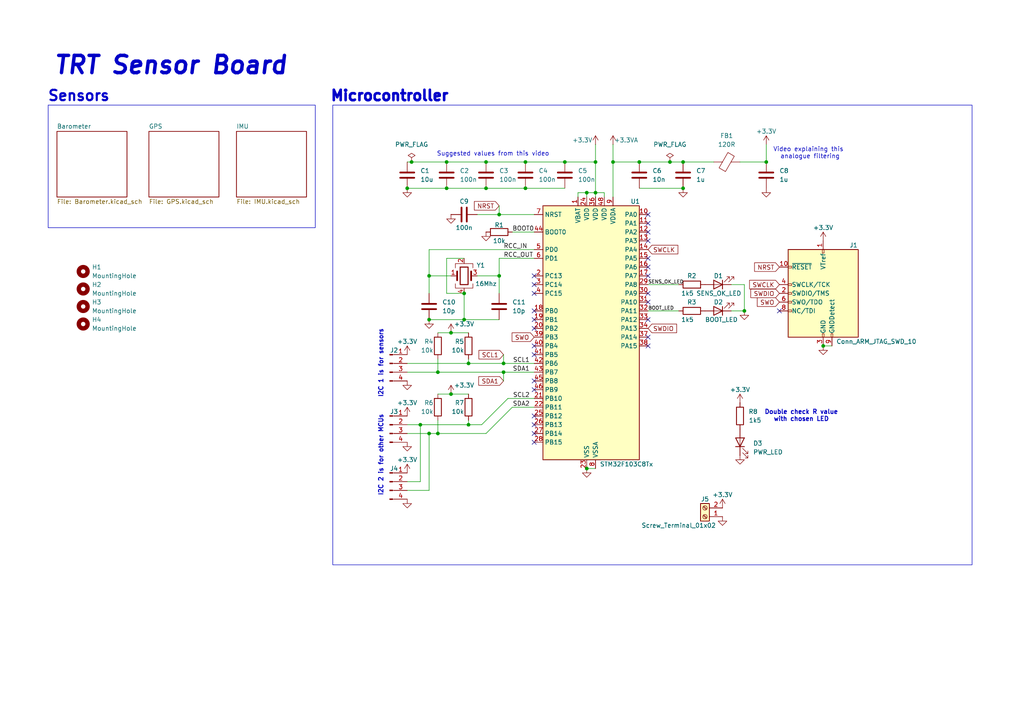
<source format=kicad_sch>
(kicad_sch (version 20231120) (generator "eeschema") (generator_version "8.0")
  (paper "A4")
  (title_block (title "TRT Sensor Board") (date "2024-07-10") (rev "0.1") (company "TRT"))
  (lib_symbols
    (symbol "Connector:Conn_01x04_Pin" (pin_names (offset 1.016) hide)
      (property "Reference" "J" (at 0 5.08 0))
      (property "Value" "Conn_01x04_Pin" (at 0 -7.62 0))
      (symbol "Conn_01x04_Pin_1_1"
        (polyline (pts (xy 1.27 -5.08) (xy 0.8636 -5.08)) (stroke (width 0.1524)))
        (polyline (pts (xy 1.27 -2.54) (xy 0.8636 -2.54)) (stroke (width 0.1524)))
        (polyline (pts (xy 1.27 0) (xy 0.8636 0)) (stroke (width 0.1524)))
        (polyline (pts (xy 1.27 2.54) (xy 0.8636 2.54)) (stroke (width 0.1524)))
        (rectangle (start 0.8636 -4.953) (end 0 -5.207) (stroke (width 0.1524)) (fill (type outline)))
        (rectangle (start 0.8636 -2.413) (end 0 -2.667) (stroke (width 0.1524)) (fill (type outline)))
        (rectangle (start 0.8636 0.127) (end 0 -0.127) (stroke (width 0.1524)) (fill (type outline)))
        (rectangle (start 0.8636 2.667) (end 0 2.413) (stroke (width 0.1524)) (fill (type outline)))
        (pin passive line (at 5.08 2.54 180) (length 3.81) (name "Pin_1") (number "1"))
        (pin passive line (at 5.08 0 180) (length 3.81) (name "Pin_2") (number "2"))
        (pin passive line (at 5.08 -2.54 180) (length 3.81) (name "Pin_3") (number "3"))
        (pin passive line (at 5.08 -5.08 180) (length 3.81) (name "Pin_4") (number "4"))
      )
    )
    (symbol "Connector:Conn_ARM_JTAG_SWD_10" (pin_names (offset 1.016))
      (property "Reference" "J" (at -2.54 16.51 0))
      (property "Value" "Conn_ARM_JTAG_SWD_10" (at -2.54 13.97 0))
      (symbol "Conn_ARM_JTAG_SWD_10_0_1"
        (rectangle (start -10.16 12.7) (end 10.16 -12.7) (stroke (width 0.254)) (fill (type background)))
        (rectangle (start -2.794 -12.7) (end -2.286 -11.684))
        (rectangle (start -0.254 -12.7) (end 0.254 -11.684))
        (rectangle (start -0.254 12.7) (end 0.254 11.684))
        (rectangle (start 9.144 2.286) (end 10.16 2.794))
        (rectangle (start 10.16 -2.794) (end 9.144 -2.286))
        (rectangle (start 10.16 -0.254) (end 9.144 0.254))
        (rectangle (start 10.16 7.874) (end 9.144 7.366))
      )
      (symbol "Conn_ARM_JTAG_SWD_10_1_1"
        (rectangle (start 9.144 -5.334) (end 10.16 -4.826))
        (pin power_in line (at 0 15.24 270) (length 2.54) (name "VTref") (number "1"))
        (pin open_collector line (at 12.7 7.62 180) (length 2.54) (name "~{RESET}") (number "10"))
        (pin bidirectional line (at 12.7 0 180) (length 2.54) (name "SWDIO/TMS") (number "2"))
        (pin power_in line (at 0 -15.24 90) (length 2.54) (name "GND") (number "3"))
        (pin output line (at 12.7 2.54 180) (length 2.54) (name "SWCLK/TCK") (number "4"))
        (pin passive line (at 0 -15.24 90) (length 2.54) hide (name "GND") (number "5"))
        (pin input line (at 12.7 -2.54 180) (length 2.54) (name "SWO/TDO") (number "6"))
        (pin no_connect line (at -10.16 0 0) (length 2.54) hide (name "KEY") (number "7"))
        (pin output line (at 12.7 -5.08 180) (length 2.54) (name "NC/TDI") (number "8"))
        (pin passive line (at -2.54 -15.24 90) (length 2.54) (name "GNDDetect") (number "9"))
      )
    )
    (symbol "Connector:Screw_Terminal_01x02" (pin_names (offset 1.016) hide)
      (property "Reference" "J" (at 0 2.54 0))
      (property "Value" "Screw_Terminal_01x02" (at 0 -5.08 0))
      (symbol "Screw_Terminal_01x02_1_1"
        (rectangle (start -1.27 1.27) (end 1.27 -3.81) (stroke (width 0.254)) (fill (type background)))
        (circle (center 0 -2.54) (radius 0.635) (stroke (width 0.1524)))
        (polyline (pts (xy -0.5334 -2.2098) (xy 0.3302 -3.048)) (stroke (width 0.1524)))
        (polyline (pts (xy -0.5334 0.3302) (xy 0.3302 -0.508)) (stroke (width 0.1524)))
        (polyline (pts (xy -0.3556 -2.032) (xy 0.508 -2.8702)) (stroke (width 0.1524)))
        (polyline (pts (xy -0.3556 0.508) (xy 0.508 -0.3302)) (stroke (width 0.1524)))
        (circle (center 0 0) (radius 0.635) (stroke (width 0.1524)))
        (pin passive line (at -5.08 0 0) (length 3.81) (name "Pin_1") (number "1"))
        (pin passive line (at -5.08 -2.54 0) (length 3.81) (name "Pin_2") (number "2"))
      )
    )
    (symbol "Device:C" (pin_numbers hide) (pin_names (offset 0.254))
      (property "Reference" "C" (at 0.635 2.54 0))
      (property "Value" "C" (at 0.635 -2.54 0))
      (symbol "C_0_1"
        (polyline (pts (xy -2.032 -0.762) (xy 2.032 -0.762)) (stroke (width 0.508)))
        (polyline (pts (xy -2.032 0.762) (xy 2.032 0.762)) (stroke (width 0.508)))
      )
      (symbol "C_1_1"
        (pin passive line (at 0 3.81 270) (length 2.794) (name "~") (number "1"))
        (pin passive line (at 0 -3.81 90) (length 2.794) (name "~") (number "2"))
      )
    )
    (symbol "Device:Crystal_GND24" (pin_names (offset 1.016) hide)
      (property "Reference" "Y" (at 3.175 5.08 0))
      (property "Value" "Crystal_GND24" (at 3.175 3.175 0))
      (symbol "Crystal_GND24_0_1"
        (rectangle (start -1.143 2.54) (end 1.143 -2.54) (stroke (width 0.3048)))
        (polyline (pts (xy -2.54 0) (xy -2.032 0)))
        (polyline (pts (xy -2.032 -1.27) (xy -2.032 1.27)) (stroke (width 0.508)))
        (polyline (pts (xy 0 -3.81) (xy 0 -3.556)))
        (polyline (pts (xy 0 3.556) (xy 0 3.81)))
        (polyline (pts (xy 2.032 -1.27) (xy 2.032 1.27)) (stroke (width 0.508)))
        (polyline (pts (xy 2.032 0) (xy 2.54 0)))
        (polyline (pts (xy -2.54 -2.286) (xy -2.54 -3.556) (xy 2.54 -3.556) (xy 2.54 -2.286)))
        (polyline (pts (xy -2.54 2.286) (xy -2.54 3.556) (xy 2.54 3.556) (xy 2.54 2.286)))
      )
      (symbol "Crystal_GND24_1_1"
        (pin passive line (at -3.81 0 0) (length 1.27) (name "1") (number "1"))
        (pin passive line (at 0 5.08 270) (length 1.27) (name "2") (number "2"))
        (pin passive line (at 3.81 0 180) (length 1.27) (name "3") (number "3"))
        (pin passive line (at 0 -5.08 90) (length 1.27) (name "4") (number "4"))
      )
    )
    (symbol "Device:FerriteBead" (pin_numbers hide) (pin_names (offset 0))
      (property "Reference" "FB" (at -3.81 0.635 90))
      (property "Value" "FerriteBead" (at 3.81 0 90))
      (symbol "FerriteBead_0_1"
        (polyline (pts (xy 0 -1.27) (xy 0 -1.2192)))
        (polyline (pts (xy 0 1.27) (xy 0 1.2954)))
        (polyline (pts (xy -2.7686 0.4064) (xy -1.7018 2.2606) (xy 2.7686 -0.3048) (xy 1.6764 -2.159) (xy -2.7686 0.4064)))
      )
      (symbol "FerriteBead_1_1"
        (pin passive line (at 0 3.81 270) (length 2.54) (name "~") (number "1"))
        (pin passive line (at 0 -3.81 90) (length 2.54) (name "~") (number "2"))
      )
    )
    (symbol "Device:LED" (pin_numbers hide) (pin_names (offset 1.016) hide)
      (property "Reference" "D" (at 0 2.54 0))
      (property "Value" "LED" (at 0 -2.54 0))
      (symbol "LED_0_1"
        (polyline (pts (xy -1.27 -1.27) (xy -1.27 1.27)) (stroke (width 0.254)))
        (polyline (pts (xy -1.27 0) (xy 1.27 0)))
        (polyline (pts (xy 1.27 -1.27) (xy 1.27 1.27) (xy -1.27 0) (xy 1.27 -1.27)) (stroke (width 0.254)))
        (polyline (pts (xy -3.048 -0.762) (xy -4.572 -2.286) (xy -3.81 -2.286) (xy -4.572 -2.286) (xy -4.572 -1.524)))
        (polyline (pts (xy -1.778 -0.762) (xy -3.302 -2.286) (xy -2.54 -2.286) (xy -3.302 -2.286) (xy -3.302 -1.524)))
      )
      (symbol "LED_1_1"
        (pin passive line (at -3.81 0 0) (length 2.54) (name "K") (number "1"))
        (pin passive line (at 3.81 0 180) (length 2.54) (name "A") (number "2"))
      )
    )
    (symbol "Device:R" (pin_numbers hide) (pin_names (offset 0))
      (property "Reference" "R" (at 2.032 0 90))
      (property "Value" "R" (at 0 0 90))
      (symbol "R_0_1"
        (rectangle (start -1.016 -2.54) (end 1.016 2.54) (stroke (width 0.254)))
      )
      (symbol "R_1_1"
        (pin passive line (at 0 3.81 270) (length 1.27) (name "~") (number "1"))
        (pin passive line (at 0 -3.81 90) (length 1.27) (name "~") (number "2"))
      )
    )
    (symbol "MCU_ST_STM32F1:STM32F103C8Tx"
      (property "Reference" "U" (at -12.7 39.37 0))
      (property "Value" "STM32F103C8Tx" (at 10.16 39.37 0))
      (symbol "STM32F103C8Tx_0_1"
        (rectangle (start -12.7 -35.56) (end 15.24 38.1) (stroke (width 0.254)) (fill (type background)))
      )
      (symbol "STM32F103C8Tx_1_1"
        (pin power_in line (at -2.54 40.64 270) (length 2.54) (name "VBAT") (number "1"))
        (pin bidirectional line (at 17.78 35.56 180) (length 2.54) (name "PA0") (number "10"))
        (pin bidirectional line (at 17.78 33.02 180) (length 2.54) (name "PA1") (number "11"))
        (pin bidirectional line (at 17.78 30.48 180) (length 2.54) (name "PA2") (number "12"))
        (pin bidirectional line (at 17.78 27.94 180) (length 2.54) (name "PA3") (number "13"))
        (pin bidirectional line (at 17.78 25.4 180) (length 2.54) (name "PA4") (number "14"))
        (pin bidirectional line (at 17.78 22.86 180) (length 2.54) (name "PA5") (number "15"))
        (pin bidirectional line (at 17.78 20.32 180) (length 2.54) (name "PA6") (number "16"))
        (pin bidirectional line (at 17.78 17.78 180) (length 2.54) (name "PA7") (number "17"))
        (pin bidirectional line (at -15.24 7.62 0) (length 2.54) (name "PB0") (number "18"))
        (pin bidirectional line (at -15.24 5.08 0) (length 2.54) (name "PB1") (number "19"))
        (pin bidirectional line (at -15.24 17.78 0) (length 2.54) (name "PC13") (number "2"))
        (pin bidirectional line (at -15.24 2.54 0) (length 2.54) (name "PB2") (number "20"))
        (pin bidirectional line (at -15.24 -17.78 0) (length 2.54) (name "PB10") (number "21"))
        (pin bidirectional line (at -15.24 -20.32 0) (length 2.54) (name "PB11") (number "22"))
        (pin power_in line (at 0 -38.1 90) (length 2.54) (name "VSS") (number "23"))
        (pin power_in line (at 0 40.64 270) (length 2.54) (name "VDD") (number "24"))
        (pin bidirectional line (at -15.24 -22.86 0) (length 2.54) (name "PB12") (number "25"))
        (pin bidirectional line (at -15.24 -25.4 0) (length 2.54) (name "PB13") (number "26"))
        (pin bidirectional line (at -15.24 -27.94 0) (length 2.54) (name "PB14") (number "27"))
        (pin bidirectional line (at -15.24 -30.48 0) (length 2.54) (name "PB15") (number "28"))
        (pin bidirectional line (at 17.78 15.24 180) (length 2.54) (name "PA8") (number "29"))
        (pin bidirectional line (at -15.24 15.24 0) (length 2.54) (name "PC14") (number "3"))
        (pin bidirectional line (at 17.78 12.7 180) (length 2.54) (name "PA9") (number "30"))
        (pin bidirectional line (at 17.78 10.16 180) (length 2.54) (name "PA10") (number "31"))
        (pin bidirectional line (at 17.78 7.62 180) (length 2.54) (name "PA11") (number "32"))
        (pin bidirectional line (at 17.78 5.08 180) (length 2.54) (name "PA12") (number "33"))
        (pin bidirectional line (at 17.78 2.54 180) (length 2.54) (name "PA13") (number "34"))
        (pin passive line (at 0 -38.1 90) (length 2.54) hide (name "VSS") (number "35"))
        (pin power_in line (at 2.54 40.64 270) (length 2.54) (name "VDD") (number "36"))
        (pin bidirectional line (at 17.78 0 180) (length 2.54) (name "PA14") (number "37"))
        (pin bidirectional line (at 17.78 -2.54 180) (length 2.54) (name "PA15") (number "38"))
        (pin bidirectional line (at -15.24 0 0) (length 2.54) (name "PB3") (number "39"))
        (pin bidirectional line (at -15.24 12.7 0) (length 2.54) (name "PC15") (number "4"))
        (pin bidirectional line (at -15.24 -2.54 0) (length 2.54) (name "PB4") (number "40"))
        (pin bidirectional line (at -15.24 -5.08 0) (length 2.54) (name "PB5") (number "41"))
        (pin bidirectional line (at -15.24 -7.62 0) (length 2.54) (name "PB6") (number "42"))
        (pin bidirectional line (at -15.24 -10.16 0) (length 2.54) (name "PB7") (number "43"))
        (pin input line (at -15.24 30.48 0) (length 2.54) (name "BOOT0") (number "44"))
        (pin bidirectional line (at -15.24 -12.7 0) (length 2.54) (name "PB8") (number "45"))
        (pin bidirectional line (at -15.24 -15.24 0) (length 2.54) (name "PB9") (number "46"))
        (pin passive line (at 0 -38.1 90) (length 2.54) hide (name "VSS") (number "47"))
        (pin power_in line (at 5.08 40.64 270) (length 2.54) (name "VDD") (number "48"))
        (pin bidirectional line (at -15.24 25.4 0) (length 2.54) (name "PD0") (number "5"))
        (pin bidirectional line (at -15.24 22.86 0) (length 2.54) (name "PD1") (number "6"))
        (pin input line (at -15.24 35.56 0) (length 2.54) (name "NRST") (number "7"))
        (pin power_in line (at 2.54 -38.1 90) (length 2.54) (name "VSSA") (number "8"))
        (pin power_in line (at 7.62 40.64 270) (length 2.54) (name "VDDA") (number "9"))
      )
    )
    (symbol "Mechanical:MountingHole" (pin_names (offset 1.016)) (exclude_from_sim yes) (in_bom no)
      (property "Reference" "H" (at 0 5.08 0))
      (property "Value" "MountingHole" (at 0 3.175 0))
      (symbol "MountingHole_0_1"
        (circle (center 0 0) (radius 1.27) (stroke (width 1.27)))
      )
    )
    (symbol "power:+3.3V" (power) (pin_numbers hide) (pin_names (offset 0) hide)
      (property "Value" "+3.3V" (at 0 3.556 0))
      (symbol "+3.3V_0_1"
        (polyline (pts (xy -0.762 1.27) (xy 0 2.54)))
        (polyline (pts (xy 0 0) (xy 0 2.54)))
        (polyline (pts (xy 0 2.54) (xy 0.762 1.27)))
      )
      (symbol "+3.3V_1_1"
        (pin power_in line (at 0 0 90) (length 0) (name "~") (number "1"))
      )
    )
    (symbol "power:+3.3VA" (power) (pin_numbers hide) (pin_names (offset 0) hide)
      (property "Value" "+3.3VA" (at 0 3.556 0))
      (symbol "+3.3VA_0_1"
        (polyline (pts (xy -0.762 1.27) (xy 0 2.54)))
        (polyline (pts (xy 0 0) (xy 0 2.54)))
        (polyline (pts (xy 0 2.54) (xy 0.762 1.27)))
      )
      (symbol "+3.3VA_1_1"
        (pin power_in line (at 0 0 90) (length 0) (name "~") (number "1"))
      )
    )
    (symbol "power:GND" (power) (pin_numbers hide) (pin_names (offset 0) hide)
      (property "Value" "GND" (at 0 -3.81 0))
      (symbol "GND_0_1"
        (polyline (pts (xy 0 0) (xy 0 -1.27) (xy 1.27 -1.27) (xy 0 -2.54) (xy -1.27 -1.27) (xy 0 -1.27)))
      )
      (symbol "GND_1_1"
        (pin power_in line (at 0 0 270) (length 0) (name "~") (number "1"))
      )
    )
    (symbol "power:PWR_FLAG" (power) (pin_numbers hide) (pin_names (offset 0) hide)
      (property "Value" "PWR_FLAG" (at 0 3.81 0))
      (symbol "PWR_FLAG_0_0"
        (pin power_out line (at 0 0 90) (length 0) (name "~") (number "1"))
      )
      (symbol "PWR_FLAG_0_1"
        (polyline (pts (xy 0 0) (xy 0 1.27) (xy -1.016 1.905) (xy 0 2.54) (xy 1.016 1.905) (xy 0 1.27)))
      )
    )
  )
  (junction (at 198.12 46.99))
  (junction (at 129.54 46.99))
  (junction (at 152.4 54.61))
  (junction (at 177.8 46.99))
  (junction (at 152.4 46.99))
  (junction (at 222.25 46.99))
  (junction (at 134.62 92.71))
  (junction (at 146.05 107.95))
  (junction (at 198.12 54.61))
  (junction (at 144.78 80.01))
  (junction (at 135.89 123.19))
  (junction (at 134.62 85.09))
  (junction (at 127 125.73))
  (junction (at 135.89 105.41))
  (junction (at 130.81 96.52))
  (junction (at 121.92 123.19))
  (junction (at 124.46 92.71))
  (junction (at 172.72 55.88))
  (junction (at 144.78 62.23))
  (junction (at 170.18 55.88))
  (junction (at 118.11 54.61))
  (junction (at 124.46 125.73))
  (junction (at 238.76 100.33))
  (junction (at 185.42 46.99))
  (junction (at 215.9 90.17))
  (junction (at 140.97 46.99))
  (junction (at 140.97 54.61))
  (junction (at 129.54 54.61))
  (junction (at 194.31 46.99))
  (junction (at 124.46 80.01))
  (junction (at 163.83 46.99))
  (junction (at 127 107.95))
  (junction (at 170.18 135.89))
  (junction (at 119.38 46.99))
  (junction (at 172.72 46.99))
  (junction (at 130.81 114.3))
  (junction (at 146.05 105.41))
  (no_connect (at 187.96 62.23))
  (no_connect (at 154.94 82.55))
  (no_connect (at 187.96 69.85))
  (no_connect (at 154.94 120.65))
  (no_connect (at 187.96 80.01))
  (no_connect (at 154.94 80.01))
  (no_connect (at 187.96 64.77))
  (no_connect (at 154.94 110.49))
  (no_connect (at 154.94 113.03))
  (no_connect (at 226.06 90.17))
  (no_connect (at 187.96 97.79))
  (no_connect (at 154.94 102.87))
  (no_connect (at 187.96 77.47))
  (no_connect (at 154.94 100.33))
  (no_connect (at 187.96 85.09))
  (no_connect (at 187.96 87.63))
  (no_connect (at 187.96 92.71))
  (no_connect (at 154.94 90.17))
  (no_connect (at 154.94 125.73))
  (no_connect (at 154.94 123.19))
  (no_connect (at 187.96 100.33))
  (no_connect (at 154.94 128.27))
  (no_connect (at 154.94 92.71))
  (no_connect (at 187.96 74.93))
  (no_connect (at 187.96 67.31))
  (no_connect (at 154.94 85.09))
  (no_connect (at 154.94 95.25))
  (wire (pts (xy 124.46 72.39) (xy 154.94 72.39)))
  (wire (pts (xy 172.72 55.88) (xy 172.72 57.15)))
  (wire (pts (xy 144.78 62.23) (xy 154.94 62.23)))
  (wire (pts (xy 135.89 96.52) (xy 130.81 96.52)))
  (wire (pts (xy 144.78 85.09) (xy 144.78 80.01)))
  (wire (pts (xy 146.05 102.87) (xy 146.05 105.41)))
  (wire (pts (xy 212.09 90.17) (xy 215.9 90.17)))
  (wire (pts (xy 134.62 85.09) (xy 134.62 92.71)))
  (wire (pts (xy 152.4 46.99) (xy 163.83 46.99)))
  (wire (pts (xy 124.46 72.39) (xy 124.46 80.01)))
  (wire (pts (xy 121.92 123.19) (xy 121.92 139.7)))
  (wire (pts (xy 134.62 85.09) (xy 129.54 85.09)))
  (wire (pts (xy 127 114.3) (xy 130.81 114.3)))
  (wire (pts (xy 214.63 46.99) (xy 222.25 46.99)))
  (wire (pts (xy 198.12 46.99) (xy 207.01 46.99)))
  (wire (pts (xy 119.38 46.99) (xy 129.54 46.99)))
  (wire (pts (xy 130.81 96.52) (xy 127 96.52)))
  (wire (pts (xy 215.9 82.55) (xy 215.9 90.17)))
  (wire (pts (xy 146.05 105.41) (xy 154.94 105.41)))
  (wire (pts (xy 118.11 107.95) (xy 127 107.95)))
  (wire (pts (xy 138.43 62.23) (xy 144.78 62.23)))
  (wire (pts (xy 163.83 46.99) (xy 172.72 46.99)))
  (wire (pts (xy 144.78 74.93) (xy 154.94 74.93)))
  (wire (pts (xy 135.89 121.92) (xy 135.89 123.19)))
  (wire (pts (xy 127 104.14) (xy 127 107.95)))
  (wire (pts (xy 172.72 55.88) (xy 175.26 55.88)))
  (wire (pts (xy 127 107.95) (xy 146.05 107.95)))
  (wire (pts (xy 129.54 46.99) (xy 140.97 46.99)))
  (wire (pts (xy 140.97 54.61) (xy 152.4 54.61)))
  (wire (pts (xy 140.97 46.99) (xy 152.4 46.99)))
  (wire (pts (xy 124.46 80.01) (xy 124.46 85.09)))
  (wire (pts (xy 175.26 55.88) (xy 175.26 57.15)))
  (wire (pts (xy 144.78 59.69) (xy 144.78 62.23)))
  (wire (pts (xy 127 125.73) (xy 140.97 125.73)))
  (wire (pts (xy 172.72 41.91) (xy 172.72 46.99)))
  (wire (pts (xy 187.96 90.17) (xy 196.85 90.17)))
  (wire (pts (xy 121.92 123.19) (xy 135.89 123.19)))
  (wire (pts (xy 167.64 55.88) (xy 167.64 57.15)))
  (wire (pts (xy 135.89 104.14) (xy 135.89 105.41)))
  (wire (pts (xy 129.54 74.93) (xy 134.62 74.93)))
  (wire (pts (xy 146.05 107.95) (xy 154.94 107.95)))
  (wire (pts (xy 127 121.92) (xy 127 125.73)))
  (wire (pts (xy 177.8 46.99) (xy 185.42 46.99)))
  (wire (pts (xy 170.18 55.88) (xy 172.72 55.88)))
  (wire (pts (xy 170.18 135.89) (xy 172.72 135.89)))
  (wire (pts (xy 139.7 123.19) (xy 147.32 115.57)))
  (wire (pts (xy 118.11 46.99) (xy 119.38 46.99)))
  (wire (pts (xy 135.89 123.19) (xy 139.7 123.19)))
  (wire (pts (xy 124.46 92.71) (xy 134.62 92.71)))
  (wire (pts (xy 144.78 74.93) (xy 144.78 80.01)))
  (wire (pts (xy 185.42 54.61) (xy 198.12 54.61)))
  (wire (pts (xy 138.43 80.01) (xy 144.78 80.01)))
  (wire (pts (xy 129.54 54.61) (xy 140.97 54.61)))
  (wire (pts (xy 135.89 105.41) (xy 118.11 105.41)))
  (wire (pts (xy 135.89 105.41) (xy 146.05 105.41)))
  (wire (pts (xy 118.11 54.61) (xy 129.54 54.61)))
  (wire (pts (xy 124.46 80.01) (xy 130.81 80.01)))
  (wire (pts (xy 148.59 67.31) (xy 154.94 67.31)))
  (wire (pts (xy 124.46 125.73) (xy 127 125.73)))
  (wire (pts (xy 194.31 46.99) (xy 198.12 46.99)))
  (wire (pts (xy 152.4 54.61) (xy 163.83 54.61)))
  (wire (pts (xy 187.96 82.55) (xy 196.85 82.55)))
  (wire (pts (xy 172.72 46.99) (xy 172.72 55.88)))
  (wire (pts (xy 124.46 125.73) (xy 124.46 142.24)))
  (wire (pts (xy 177.8 46.99) (xy 177.8 57.15)))
  (wire (pts (xy 238.76 100.33) (xy 241.3 100.33)))
  (wire (pts (xy 118.11 139.7) (xy 121.92 139.7)))
  (wire (pts (xy 129.54 85.09) (xy 129.54 74.93)))
  (wire (pts (xy 118.11 123.19) (xy 121.92 123.19)))
  (wire (pts (xy 134.62 92.71) (xy 144.78 92.71)))
  (wire (pts (xy 146.05 110.49) (xy 146.05 107.95)))
  (wire (pts (xy 177.8 41.91) (xy 177.8 46.99)))
  (wire (pts (xy 148.59 118.11) (xy 140.97 125.73)))
  (wire (pts (xy 170.18 57.15) (xy 170.18 55.88)))
  (wire (pts (xy 118.11 142.24) (xy 124.46 142.24)))
  (wire (pts (xy 148.59 118.11) (xy 154.94 118.11)))
  (wire (pts (xy 222.25 41.91) (xy 222.25 46.99)))
  (wire (pts (xy 130.81 114.3) (xy 135.89 114.3)))
  (wire (pts (xy 170.18 55.88) (xy 167.64 55.88)))
  (wire (pts (xy 212.09 82.55) (xy 215.9 82.55)))
  (wire (pts (xy 154.94 115.57) (xy 147.32 115.57)))
  (wire (pts (xy 118.11 125.73) (xy 124.46 125.73)))
  (wire (pts (xy 185.42 46.99) (xy 194.31 46.99)))
  (rectangle (start 13.97 30.48) (end 91.44 66.04))
  (rectangle (start 96.52 30.48) (end 281.94 163.83))
  (text "Double check R value\nwith chosen LED" (at 232.41 120.65 0) (effects (font (size 1.27 1.27) (bold yes))))
  (text "TRT Sensor Board" (at 49.53 19.05 0) (effects (font (size 5 5) (thickness 1) (bold yes) (italic yes))))
  (text "Video explaining this \nanalogue filtering" (at 234.95 44.45 0) (effects (font (size 1.27 1.27))))
  (text "Sensors" (at 22.86 27.94 0) (effects (font (size 3 3) (thickness 0.6) (bold yes))))
  (text "I2C 2 is for other MCUs" (at 110.49 132.08 90) (effects (font (size 1.27 1.27) (bold yes))))
  (text "I2C 1 is for sensors" (at 110.49 105.41 90) (effects (font (size 1.27 1.27) (bold yes))))
  (text "Microcontroller" (at 113.03 27.94 0) (effects (font (size 3 3) (thickness 1) (bold yes))))
  (text "Suggested values from this video\n" (at 143.002 44.704 0) (effects (font (size 1.27 1.27))))
  (label "SDA1" (at 153.67 107.95 180))
  (label "SENS_OK_LED" (at 187.96 82.55 0) (effects (font (size 1 1))))
  (label "SDA2" (at 153.67 118.11 180))
  (label "BOOT_LED" (at 187.96 90.17 0) (effects (font (size 1 1))))
  (label "RCC_OUT" (at 146.05 74.93 0))
  (label "SCL2" (at 153.67 115.57 180))
  (label "BOOT0" (at 148.59 67.31 0))
  (label "RCC_IN" (at 146.05 72.39 0))
  (label "SCL1" (at 153.67 105.41 180))
  (global_label "NRST" (shape input) (at 144.78 59.69 180) (property "Intersheetrefs" "${INTERSHEET_REFS}" (effects (hide yes))))
  (global_label "SWO" (shape input) (at 226.06 87.63 180) (property "Intersheetrefs" "${INTERSHEET_REFS}" (effects (hide yes))))
  (global_label "SWDIO" (shape input) (at 187.96 95.25 0) (property "Intersheetrefs" "${INTERSHEET_REFS}" (effects (hide yes))))
  (global_label "SWO" (shape input) (at 154.94 97.79 180) (property "Intersheetrefs" "${INTERSHEET_REFS}" (effects (hide yes))))
  (global_label "SWCLK" (shape input) (at 226.06 82.55 180) (property "Intersheetrefs" "${INTERSHEET_REFS}" (effects (hide yes))))
  (global_label "SDA1" (shape input) (at 146.05 110.49 180) (property "Intersheetrefs" "${INTERSHEET_REFS}" (effects (hide yes))))
  (global_label "NRST" (shape input) (at 226.06 77.47 180) (property "Intersheetrefs" "${INTERSHEET_REFS}" (effects (hide yes))))
  (global_label "SCL1" (shape input) (at 146.05 102.87 180) (property "Intersheetrefs" "${INTERSHEET_REFS}" (effects (hide yes))))
  (global_label "SWDIO" (shape input) (at 226.06 85.09 180) (property "Intersheetrefs" "${INTERSHEET_REFS}" (effects (hide yes))))
  (global_label "SWCLK" (shape input) (at 187.96 72.39 0) (property "Intersheetrefs" "${INTERSHEET_REFS}" (effects (hide yes))))
  (symbol (lib_id "Device:R") (at 127 118.11 0) (mirror y) (unit 1)
    (property "Reference" "R6" (at 125.73 116.84 0) (effects (justify left)))
    (property "Value" "10k" (at 125.73 119.38 0) (effects (justify left)))
    (property "Footprint" "Resistor_SMD:R_0805_2012Metric" (effects (hide yes)))
    (property "Description" "Resistor" (effects (hide yes)))
  )
  (symbol (lib_id "Device:R") (at 200.66 90.17 270) (mirror x) (unit 1)
    (property "Reference" "R3" (at 200.66 87.63 90))
    (property "Value" "1k5" (at 199.39 92.71 90))
    (property "Footprint" "Resistor_SMD:R_0805_2012Metric" (effects (hide yes)))
    (property "Description" "Resistor" (effects (hide yes)))
  )
  (symbol (lib_id "power:GND") (at 124.46 92.71 0) (unit 1)
    (property "Reference" "#PWR011" (effects (hide yes)))
    (property "Value" "GND" (effects (hide yes)))
    (property "Description" "Power symbol creates a global label with name \"GND\" , ground" (effects (hide yes)))
  )
  (symbol (lib_id "Device:R") (at 144.78 67.31 90) (mirror x) (unit 1)
    (property "Reference" "R1" (at 144.78 65.278 90))
    (property "Value" "10k" (at 144.78 69.85 90))
    (property "Footprint" "Resistor_SMD:R_0805_2012Metric" (effects (hide yes)))
    (property "Description" "Resistor" (effects (hide yes)))
  )
  (symbol (lib_id "Device:C") (at 144.78 88.9 0) (unit 1)
    (property "Reference" "C11" (at 148.59 87.6299 0) (effects (justify left)))
    (property "Value" "10p" (at 148.59 90.1699 0) (effects (justify left)))
    (property "Footprint" "Capacitor_SMD:C_0805_2012Metric" (effects (hide yes)))
    (property "Description" "Unpolarized capacitor" (effects (hide yes)))
  )
  (symbol (lib_id "Device:C") (at 222.25 50.8 0) (unit 1)
    (property "Reference" "C8" (at 226.06 49.5299 0) (effects (justify left)))
    (property "Value" "1u" (at 226.06 52.0699 0) (effects (justify left)))
    (property "Footprint" "Capacitor_SMD:C_0805_2012Metric" (effects (hide yes)))
    (property "Description" "Unpolarized capacitor" (effects (hide yes)))
  )
  (symbol (lib_id "Device:R") (at 127 100.33 0) (mirror y) (unit 1)
    (property "Reference" "R4" (at 125.73 99.06 0) (effects (justify left)))
    (property "Value" "10k" (at 125.73 101.6 0) (effects (justify left)))
    (property "Footprint" "Resistor_SMD:R_0805_2012Metric" (effects (hide yes)))
    (property "Description" "Resistor" (effects (hide yes)))
  )
  (symbol (lib_id "Device:C") (at 134.62 62.23 270) (unit 1)
    (property "Reference" "C9" (at 134.62 58.42 90))
    (property "Value" "100n" (at 134.62 66.04 90))
    (property "Footprint" "Capacitor_SMD:C_0805_2012Metric" (effects (hide yes)))
    (property "Description" "Unpolarized capacitor" (effects (hide yes)))
  )
  (symbol (lib_id "power:+3.3V") (at 118.11 137.16 0) (mirror y) (unit 1)
    (property "Reference" "#PWR022" (effects (hide yes)))
    (property "Value" "+3.3V" (at 118.11 133.35 0))
    (property "Description" "Power symbol creates a global label with name \"+3.3V\"" (effects (hide yes)))
  )
  (symbol (lib_id "Mechanical:MountingHole") (at 24.13 93.98 0) (unit 1) (exclude_from_sim yes) (in_bom no)
    (property "Reference" "H4" (at 26.67 92.7099 0) (effects (justify left)))
    (property "Value" "MountingHole" (at 26.67 95.2499 0) (effects (justify left)))
    (property "Footprint" "MountingHole:MountingHole_2.2mm_M2" (effects (hide yes)))
    (property "Description" "Mounting Hole without connection" (effects (hide yes)))
  )
  (symbol (lib_id "Device:C") (at 129.54 50.8 0) (unit 1)
    (property "Reference" "C2" (at 133.35 49.5299 0) (effects (justify left)))
    (property "Value" "100n" (at 133.35 52.0699 0) (effects (justify left)))
    (property "Footprint" "Capacitor_SMD:C_0805_2012Metric" (effects (hide yes)))
    (property "Description" "Unpolarized capacitor" (effects (hide yes)))
  )
  (symbol (lib_id "Device:Crystal_GND24") (at 134.62 80.01 0) (unit 1)
    (property "Reference" "Y1" (at 139.446 76.962 0))
    (property "Value" "16Mhz" (at 140.97 82.296 0))
    (property "Footprint" "Crystal:Crystal_SMD_Abracon_ABM10-4Pin_2.5x2.0mm" (effects (hide yes)))
    (property "Datasheet" "https://www.mouser.com/datasheet/2/3/ABM10AIG-1774860.pdf" (effects (hide yes)))
    (property "Description" "Four pin crystal, GND on pins 2 and 4" (effects (hide yes)))
  )
  (symbol (lib_id "Connector:Conn_01x04_Pin") (at 113.03 139.7 0) (unit 1)
    (property "Reference" "J4" (at 114.3 135.89 0))
    (property "Value" "Conn_01x04_Pin" (effects (hide yes)))
    (property "Footprint" "Connector_PinHeader_2.54mm:PinHeader_1x04_P2.54mm_Vertical" (effects (hide yes)))
    (property "Description" "Generic connector, single row, 01x04, script generated" (effects (hide yes)))
  )
  (symbol (lib_id "power:+3.3V") (at 172.72 41.91 0) (unit 1)
    (property "Reference" "#PWR01" (effects (hide yes)))
    (property "Value" "+3.3V" (at 168.91 40.64 0))
    (property "Description" "Power symbol creates a global label with name \"+3.3V\"" (effects (hide yes)))
  )
  (symbol (lib_id "power:+3.3V") (at 130.81 96.52 0) (mirror y) (unit 1)
    (property "Reference" "#PWR012" (effects (hide yes)))
    (property "Value" "+3.3V" (at 134.62 93.98 0))
    (property "Description" "Power symbol creates a global label with name \"+3.3V\"" (effects (hide yes)))
  )
  (symbol (lib_id "power:GND") (at 170.18 135.89 0) (unit 1)
    (property "Reference" "#PWR021" (effects (hide yes)))
    (property "Value" "GND" (effects (hide yes)))
    (property "Description" "Power symbol creates a global label with name \"GND\" , ground" (effects (hide yes)))
  )
  (symbol (lib_id "Device:LED") (at 208.28 82.55 180) (unit 1)
    (property "Reference" "D1" (at 207.01 80.01 0) (effects (justify right)))
    (property "Value" "SENS_OK_LED" (at 201.93 85.09 0) (effects (justify right)))
    (property "Footprint" "LED_SMD:LED_0805_2012Metric" (effects (hide yes)))
    (property "Description" "Light emitting diode" (effects (hide yes)))
  )
  (symbol (lib_id "power:+3.3V") (at 118.11 102.87 0) (mirror y) (unit 1)
    (property "Reference" "#PWR014" (effects (hide yes)))
    (property "Value" "+3.3V" (at 118.11 99.06 0))
    (property "Description" "Power symbol creates a global label with name \"+3.3V\"" (effects (hide yes)))
  )
  (symbol (lib_id "MCU_ST_STM32F1:STM32F103C8Tx") (at 170.18 97.79 0) (unit 1)
    (property "Reference" "U1" (at 182.88 58.42 0) (effects (justify left)))
    (property "Value" "STM32F103C8Tx" (at 173.99 134.62 0) (effects (justify left)))
    (property "Footprint" "Package_QFP:LQFP-48_7x7mm_P0.5mm" (effects (hide yes)))
    (property "Datasheet" "https://www.st.com/resource/en/datasheet/stm32f103c8.pdf" (effects (hide yes)))
    (property "Description" "STMicroelectronics Arm Cortex-M3 MCU, 64KB flash, 20KB RAM, 72 MHz, 2.0-3.6V, 37 GPIO, LQFP48" (effects (hide yes)))
  )
  (symbol (lib_id "power:GND") (at 118.11 128.27 0) (mirror y) (unit 1)
    (property "Reference" "#PWR019" (effects (hide yes)))
    (property "Value" "GND" (effects (hide yes)))
    (property "Description" "Power symbol creates a global label with name \"GND\" , ground" (effects (hide yes)))
  )
  (symbol (lib_id "power:GND") (at 118.11 110.49 0) (mirror y) (unit 1)
    (property "Reference" "#PWR015" (effects (hide yes)))
    (property "Value" "GND" (effects (hide yes)))
    (property "Description" "Power symbol creates a global label with name \"GND\" , ground" (effects (hide yes)))
  )
  (symbol (lib_id "Device:LED") (at 214.63 128.27 90) (unit 1)
    (property "Reference" "D3" (at 218.44 128.5874 90) (effects (justify right)))
    (property "Value" "PWR_LED" (at 218.44 131.1274 90) (effects (justify right)))
    (property "Footprint" "LED_SMD:LED_0805_2012Metric" (effects (hide yes)))
    (property "Description" "Light emitting diode" (effects (hide yes)))
  )
  (symbol (lib_id "power:+3.3V") (at 222.25 41.91 0) (unit 1)
    (property "Reference" "#PWR03" (effects (hide yes)))
    (property "Value" "+3.3V" (at 222.25 38.1 0))
    (property "Description" "Power symbol creates a global label with name \"+3.3V\"" (effects (hide yes)))
  )
  (symbol (lib_id "power:GND") (at 198.12 54.61 0) (unit 1)
    (property "Reference" "#PWR05" (effects (hide yes)))
    (property "Value" "GND" (effects (hide yes)))
    (property "Description" "Power symbol creates a global label with name \"GND\" , ground" (effects (hide yes)))
  )
  (symbol (lib_id "Device:R") (at 135.89 100.33 0) (mirror y) (unit 1)
    (property "Reference" "R5" (at 134.62 99.06 0) (effects (justify left)))
    (property "Value" "10k" (at 134.62 101.6 0) (effects (justify left)))
    (property "Footprint" "Resistor_SMD:R_0805_2012Metric" (effects (hide yes)))
    (property "Description" "Resistor" (effects (hide yes)))
  )
  (symbol (lib_id "power:PWR_FLAG") (at 194.31 46.99 0) (unit 1)
    (property "Reference" "#FLG02" (effects (hide yes)))
    (property "Value" "PWR_FLAG" (at 194.31 41.91 0))
    (property "Description" "Special symbol for telling ERC where power comes from" (effects (hide yes)))
  )
  (symbol (lib_id "Device:R") (at 214.63 120.65 0) (mirror x) (unit 1)
    (property "Reference" "R8" (at 218.44 119.38 0))
    (property "Value" "1k5" (at 217.17 121.92 0) (effects (justify left)))
    (property "Footprint" "Resistor_SMD:R_0805_2012Metric" (effects (hide yes)))
    (property "Description" "Resistor" (effects (hide yes)))
  )
  (symbol (lib_id "power:+3.3V") (at 130.81 114.3 0) (mirror y) (unit 1)
    (property "Reference" "#PWR016" (effects (hide yes)))
    (property "Value" "+3.3V" (at 134.62 111.76 0))
    (property "Description" "Power symbol creates a global label with name \"+3.3V\"" (effects (hide yes)))
  )
  (symbol (lib_id "Mechanical:MountingHole") (at 24.13 88.9 0) (unit 1) (exclude_from_sim yes) (in_bom no)
    (property "Reference" "H3" (at 26.67 87.6299 0) (effects (justify left)))
    (property "Value" "MountingHole" (at 26.67 90.1699 0) (effects (justify left)))
    (property "Footprint" "MountingHole:MountingHole_2.2mm_M2" (effects (hide yes)))
    (property "Description" "Mounting Hole without connection" (effects (hide yes)))
  )
  (symbol (lib_id "Device:LED") (at 208.28 90.17 180) (unit 1)
    (property "Reference" "D2" (at 207.01 87.63 0) (effects (justify right)))
    (property "Value" "BOOT_LED" (at 204.47 92.71 0) (effects (justify right)))
    (property "Footprint" "LED_SMD:LED_0805_2012Metric" (effects (hide yes)))
    (property "Description" "Light emitting diode" (effects (hide yes)))
  )
  (symbol (lib_id "Device:R") (at 200.66 82.55 270) (mirror x) (unit 1)
    (property "Reference" "R2" (at 200.66 80.01 90))
    (property "Value" "1k5" (at 199.39 85.09 90))
    (property "Footprint" "Resistor_SMD:R_0805_2012Metric" (effects (hide yes)))
    (property "Description" "Resistor" (effects (hide yes)))
  )
  (symbol (lib_id "Device:C") (at 163.83 50.8 0) (unit 1)
    (property "Reference" "C5" (at 167.64 49.5299 0) (effects (justify left)))
    (property "Value" "100n" (at 167.64 52.0699 0) (effects (justify left)))
    (property "Footprint" "Capacitor_SMD:C_0805_2012Metric" (effects (hide yes)))
    (property "Description" "Unpolarized capacitor" (effects (hide yes)))
  )
  (symbol (lib_id "Connector:Conn_01x04_Pin") (at 113.03 105.41 0) (unit 1)
    (property "Reference" "J2" (at 114.3 101.6 0))
    (property "Value" "Conn_01x04_Pin" (effects (hide yes)))
    (property "Footprint" "Connector_PinHeader_2.54mm:PinHeader_1x04_P2.54mm_Vertical" (effects (hide yes)))
    (property "Description" "Generic connector, single row, 01x04, script generated" (effects (hide yes)))
  )
  (symbol (lib_id "power:+3.3V") (at 209.55 147.32 0) (unit 1)
    (property "Reference" "#PWR024" (effects (hide yes)))
    (property "Value" "+3.3V" (at 209.55 143.51 0))
    (property "Description" "Power symbol creates a global label with name \"+3.3V\"" (effects (hide yes)))
  )
  (symbol (lib_id "Device:C") (at 118.11 50.8 0) (unit 1)
    (property "Reference" "C1" (at 121.92 49.5299 0) (effects (justify left)))
    (property "Value" "10u" (at 121.92 52.0699 0) (effects (justify left)))
    (property "Footprint" "Capacitor_SMD:C_0805_2012Metric" (effects (hide yes)))
    (property "Description" "Unpolarized capacitor" (effects (hide yes)))
  )
  (symbol (lib_id "Device:R") (at 135.89 118.11 0) (mirror y) (unit 1)
    (property "Reference" "R7" (at 134.62 116.84 0) (effects (justify left)))
    (property "Value" "10k" (at 134.62 119.38 0) (effects (justify left)))
    (property "Footprint" "Resistor_SMD:R_0805_2012Metric" (effects (hide yes)))
    (property "Description" "Resistor" (effects (hide yes)))
  )
  (symbol (lib_id "power:GND") (at 209.55 149.86 0) (unit 1)
    (property "Reference" "#PWR025" (effects (hide yes)))
    (property "Value" "GND" (effects (hide yes)))
    (property "Description" "Power symbol creates a global label with name \"GND\" , ground" (effects (hide yes)))
  )
  (symbol (lib_id "power:GND") (at 238.76 100.33 0) (unit 1)
    (property "Reference" "#PWR013" (effects (hide yes)))
    (property "Value" "GND" (effects (hide yes)))
    (property "Description" "Power symbol creates a global label with name \"GND\" , ground" (effects (hide yes)))
  )
  (symbol (lib_id "Connector:Conn_01x04_Pin") (at 113.03 123.19 0) (unit 1)
    (property "Reference" "J3" (at 114.3 119.38 0))
    (property "Value" "Conn_01x04_Pin" (effects (hide yes)))
    (property "Footprint" "Connector_PinHeader_2.54mm:PinHeader_1x04_P2.54mm_Vertical" (effects (hide yes)))
    (property "Description" "Generic connector, single row, 01x04, script generated" (effects (hide yes)))
  )
  (symbol (lib_id "power:GND") (at 222.25 54.61 0) (unit 1)
    (property "Reference" "#PWR06" (effects (hide yes)))
    (property "Value" "GND" (effects (hide yes)))
    (property "Description" "Power symbol creates a global label with name \"GND\" , ground" (effects (hide yes)))
  )
  (symbol (lib_id "power:PWR_FLAG") (at 119.38 46.99 0) (unit 1)
    (property "Reference" "#FLG01" (effects (hide yes)))
    (property "Value" "PWR_FLAG" (at 119.38 41.91 0))
    (property "Description" "Special symbol for telling ERC where power comes from" (effects (hide yes)))
  )
  (symbol (lib_id "power:GND") (at 140.97 67.31 0) (unit 1)
    (property "Reference" "#PWR08" (effects (hide yes)))
    (property "Value" "GND" (effects (hide yes)))
    (property "Description" "Power symbol creates a global label with name \"GND\" , ground" (effects (hide yes)))
  )
  (symbol (lib_id "power:+3.3V") (at 118.11 120.65 0) (mirror y) (unit 1)
    (property "Reference" "#PWR018" (effects (hide yes)))
    (property "Value" "+3.3V" (at 118.11 116.84 0))
    (property "Description" "Power symbol creates a global label with name \"+3.3V\"" (effects (hide yes)))
  )
  (symbol (lib_id "Device:C") (at 152.4 50.8 0) (unit 1)
    (property "Reference" "C4" (at 156.21 49.5299 0) (effects (justify left)))
    (property "Value" "100n" (at 156.21 52.0699 0) (effects (justify left)))
    (property "Footprint" "Capacitor_SMD:C_0805_2012Metric" (effects (hide yes)))
    (property "Description" "Unpolarized capacitor" (effects (hide yes)))
  )
  (symbol (lib_id "Connector:Conn_ARM_JTAG_SWD_10") (at 238.76 85.09 0) (mirror y) (unit 1)
    (property "Reference" "J1" (at 246.38 71.12 0) (effects (justify right)))
    (property "Value" "Conn_ARM_JTAG_SWD_10" (at 242.57 99.06 0) (effects (justify right)))
    (property "Footprint" "Connector_PinHeader_1.27mm:PinHeader_2x05_P1.27mm_Vertical" (effects (hide yes)))
    (property "Datasheet" "http://infocenter.arm.com/help/topic/com.arm.doc.ddi0314h/DDI0314H_coresight_components_trm.pdf" (effects (hide yes)))
    (property "Description" "Cortex Debug Connector, standard ARM Cortex-M SWD and JTAG interface" (effects (hide yes)))
  )
  (symbol (lib_id "Mechanical:MountingHole") (at 24.13 78.74 0) (unit 1) (exclude_from_sim yes) (in_bom no)
    (property "Reference" "H1" (at 26.67 77.4699 0) (effects (justify left)))
    (property "Value" "MountingHole" (at 26.67 80.0099 0) (effects (justify left)))
    (property "Footprint" "MountingHole:MountingHole_2.2mm_M2" (effects (hide yes)))
    (property "Description" "Mounting Hole without connection" (effects (hide yes)))
  )
  (symbol (lib_id "Device:FerriteBead") (at 210.82 46.99 90) (unit 1)
    (property "Reference" "FB1" (at 210.7692 39.37 90))
    (property "Value" "120R" (at 210.7692 41.91 90))
    (property "Footprint" "Inductor_SMD:L_0805_2012Metric" (effects (hide yes)))
    (property "Description" "Ferrite bead" (effects (hide yes)))
  )
  (symbol (lib_id "Connector:Screw_Terminal_01x02") (at 204.47 149.86 180) (unit 1)
    (property "Reference" "J5" (at 204.47 144.78 0))
    (property "Value" "Screw_Terminal_01x02" (at 196.85 152.4 0))
    (property "Footprint" "TerminalBlock_4Ucon:TerminalBlock_4Ucon_1x02_P3.50mm_Vertical" (effects (hide yes)))
    (property "Description" "Generic screw terminal, single row, 01x02, script generated (kicad-library-utils/schlib/autogen/connector/)" (effects (hide yes)))
  )
  (symbol (lib_id "Device:C") (at 198.12 50.8 0) (unit 1)
    (property "Reference" "C7" (at 201.93 49.5299 0) (effects (justify left)))
    (property "Value" "1u" (at 201.93 52.0699 0) (effects (justify left)))
    (property "Footprint" "Capacitor_SMD:C_0805_2012Metric" (effects (hide yes)))
    (property "Description" "Unpolarized capacitor" (effects (hide yes)))
  )
  (symbol (lib_id "power:GND") (at 215.9 90.17 0) (unit 1)
    (property "Reference" "#PWR010" (effects (hide yes)))
    (property "Value" "GND" (effects (hide yes)))
    (property "Description" "Power symbol creates a global label with name \"GND\" , ground" (effects (hide yes)))
  )
  (symbol (lib_id "Mechanical:MountingHole") (at 24.13 83.82 0) (unit 1) (exclude_from_sim yes) (in_bom no)
    (property "Reference" "H2" (at 26.67 82.5499 0) (effects (justify left)))
    (property "Value" "MountingHole" (at 26.67 85.0899 0) (effects (justify left)))
    (property "Footprint" "MountingHole:MountingHole_2.2mm_M2" (effects (hide yes)))
    (property "Description" "Mounting Hole without connection" (effects (hide yes)))
  )
  (symbol (lib_id "Device:C") (at 124.46 88.9 0) (unit 1)
    (property "Reference" "C10" (at 128.27 87.6299 0) (effects (justify left)))
    (property "Value" "10p" (at 128.27 90.1699 0) (effects (justify left)))
    (property "Footprint" "Capacitor_SMD:C_0805_2012Metric" (effects (hide yes)))
    (property "Description" "Unpolarized capacitor" (effects (hide yes)))
  )
  (symbol (lib_id "power:+3.3VA") (at 177.8 41.91 0) (unit 1)
    (property "Reference" "#PWR02" (effects (hide yes)))
    (property "Value" "+3.3VA" (at 181.61 40.64 0))
    (property "Description" "Power symbol creates a global label with name \"+3.3VA\"" (effects (hide yes)))
  )
  (symbol (lib_id "Device:C") (at 185.42 50.8 0) (unit 1)
    (property "Reference" "C6" (at 189.23 49.5299 0) (effects (justify left)))
    (property "Value" "10n" (at 189.23 52.0699 0) (effects (justify left)))
    (property "Footprint" "Capacitor_SMD:C_0805_2012Metric" (effects (hide yes)))
    (property "Description" "Unpolarized capacitor" (effects (hide yes)))
  )
  (symbol (lib_id "power:GND") (at 118.11 144.78 0) (mirror y) (unit 1)
    (property "Reference" "#PWR023" (effects (hide yes)))
    (property "Value" "GND" (effects (hide yes)))
    (property "Description" "Power symbol creates a global label with name \"GND\" , ground" (effects (hide yes)))
  )
  (symbol (lib_id "Device:C") (at 140.97 50.8 0) (unit 1)
    (property "Reference" "C3" (at 144.78 49.5299 0) (effects (justify left)))
    (property "Value" "100n" (at 144.78 52.0699 0) (effects (justify left)))
    (property "Footprint" "Capacitor_SMD:C_0805_2012Metric" (effects (hide yes)))
    (property "Description" "Unpolarized capacitor" (effects (hide yes)))
  )
  (symbol (lib_id "power:GND") (at 214.63 132.08 0) (unit 1)
    (property "Reference" "#PWR020" (effects (hide yes)))
    (property "Value" "GND" (effects (hide yes)))
    (property "Description" "Power symbol creates a global label with name \"GND\" , ground" (effects (hide yes)))
  )
  (symbol (lib_id "power:+3.3V") (at 238.76 69.85 0) (unit 1)
    (property "Reference" "#PWR09" (effects (hide yes)))
    (property "Value" "+3.3V" (at 238.76 66.04 0))
    (property "Description" "Power symbol creates a global label with name \"+3.3V\"" (effects (hide yes)))
  )
  (symbol (lib_id "power:GND") (at 118.11 54.61 0) (unit 1)
    (property "Reference" "#PWR04" (effects (hide yes)))
    (property "Value" "GND" (effects (hide yes)))
    (property "Description" "Power symbol creates a global label with name \"GND\" , ground" (effects (hide yes)))
  )
  (symbol (lib_id "power:+3.3V") (at 214.63 116.84 0) (unit 1)
    (property "Reference" "#PWR017" (effects (hide yes)))
    (property "Value" "+3.3V" (at 214.63 113.03 0))
    (property "Description" "Power symbol creates a global label with name \"+3.3V\"" (effects (hide yes)))
  )
  (symbol (lib_id "power:GND") (at 130.81 62.23 0) (unit 1)
    (property "Reference" "#PWR07" (effects (hide yes)))
    (property "Value" "GND" (effects (hide yes)))
    (property "Description" "Power symbol creates a global label with name \"GND\" , ground" (effects (hide yes)))
  )
  (sheet (at 16.51 38.1) (size 20.32 19.05) (stroke (width 0.1524))
    (property "Sheetname" "Barometer" (at 16.51 37.3884 0) (effects (justify left bottom)))
    (property "Sheetfile" "Barometer.kicad_sch" (at 16.51 57.7346 0) (effects (justify left top)))
  )
  (sheet (at 68.58 38.1) (size 20.32 19.05) (stroke (width 0.1524))
    (property "Sheetname" "IMU" (at 68.58 37.3884 0) (effects (justify left bottom)))
    (property "Sheetfile" "IMU.kicad_sch" (at 68.58 57.7346 0) (effects (justify left top)))
  )
  (sheet (at 43.18 38.1) (size 20.32 19.05) (stroke (width 0.1524))
    (property "Sheetname" "GPS" (at 43.18 37.3884 0) (effects (justify left bottom)))
    (property "Sheetfile" "GPS.kicad_sch" (at 43.18 57.7346 0) (effects (justify left top)))
  )
)
</source>
